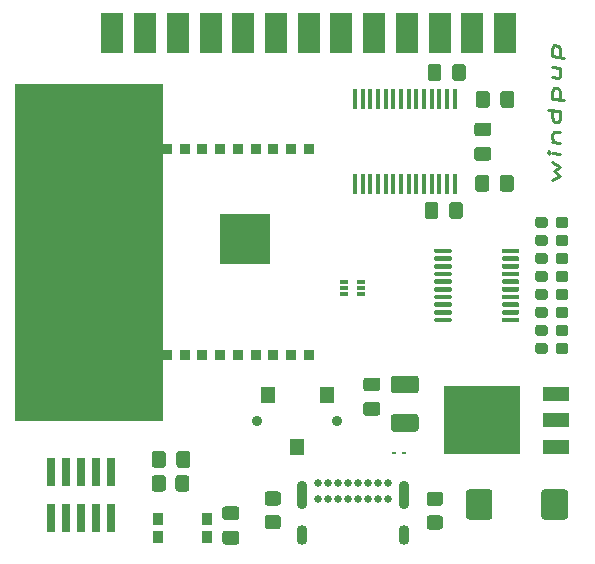
<source format=gts>
G04 #@! TF.GenerationSoftware,KiCad,Pcbnew,5.1.10*
G04 #@! TF.CreationDate,2021-07-04T17:42:54-04:00*
G04 #@! TF.ProjectId,windpup,77696e64-7075-4702-9e6b-696361645f70,rev?*
G04 #@! TF.SameCoordinates,Original*
G04 #@! TF.FileFunction,Soldermask,Top*
G04 #@! TF.FilePolarity,Negative*
%FSLAX46Y46*%
G04 Gerber Fmt 4.6, Leading zero omitted, Abs format (unit mm)*
G04 Created by KiCad (PCBNEW 5.1.10) date 2021-07-04 17:42:54*
%MOMM*%
%LPD*%
G01*
G04 APERTURE LIST*
%ADD10C,0.100000*%
%ADD11C,0.250000*%
%ADD12R,4.300000X4.300000*%
%ADD13R,0.912500X0.850000*%
%ADD14C,0.900000*%
%ADD15R,1.200000X1.400000*%
%ADD16R,0.360000X0.250000*%
%ADD17R,0.700000X0.400000*%
%ADD18R,0.450000X1.750000*%
%ADD19R,1.846667X3.480000*%
%ADD20R,0.740000X2.400000*%
%ADD21O,0.900000X1.700000*%
%ADD22O,0.900000X2.400000*%
%ADD23C,0.650000*%
%ADD24R,0.900000X1.000000*%
%ADD25R,6.400000X5.800000*%
%ADD26R,2.200000X1.200000*%
G04 APERTURE END LIST*
D10*
G36*
X133858000Y-110490000D02*
G01*
X121412000Y-110490000D01*
X121412000Y-82042000D01*
X133858000Y-82042000D01*
X133858000Y-110490000D01*
G37*
X133858000Y-110490000D02*
X121412000Y-110490000D01*
X121412000Y-82042000D01*
X133858000Y-82042000D01*
X133858000Y-110490000D01*
D11*
X166917714Y-90114681D02*
X167584380Y-89817062D01*
X167108190Y-89376586D01*
X167584380Y-89055157D01*
X166917714Y-88590872D01*
X167584380Y-87912300D02*
X166917714Y-87828967D01*
X166584380Y-87787300D02*
X166632000Y-87888491D01*
X166679619Y-87799205D01*
X166632000Y-87698014D01*
X166584380Y-87787300D01*
X166679619Y-87799205D01*
X166917714Y-86876586D02*
X167584380Y-86959919D01*
X167012952Y-86888491D02*
X166965333Y-86787300D01*
X166917714Y-86590872D01*
X166917714Y-86305157D01*
X166965333Y-86120633D01*
X167060571Y-86037300D01*
X167584380Y-86102776D01*
X167584380Y-84293252D02*
X166584380Y-84168252D01*
X167536761Y-84287300D02*
X167584380Y-84483729D01*
X167584380Y-84864681D01*
X167536761Y-85049205D01*
X167489142Y-85138491D01*
X167393904Y-85221824D01*
X167108190Y-85186110D01*
X167012952Y-85078967D01*
X166965333Y-84977776D01*
X166917714Y-84781348D01*
X166917714Y-84400395D01*
X166965333Y-84215872D01*
X166917714Y-83257538D02*
X167917714Y-83382538D01*
X166965333Y-83263491D02*
X166917714Y-83067062D01*
X166917714Y-82686110D01*
X166965333Y-82501586D01*
X167012952Y-82412300D01*
X167108190Y-82328967D01*
X167393904Y-82364681D01*
X167489142Y-82471824D01*
X167536761Y-82573014D01*
X167584380Y-82769443D01*
X167584380Y-83150395D01*
X167536761Y-83334919D01*
X166917714Y-80590872D02*
X167584380Y-80674205D01*
X166917714Y-81448014D02*
X167441523Y-81513491D01*
X167536761Y-81430157D01*
X167584380Y-81245633D01*
X167584380Y-80959919D01*
X167536761Y-80763491D01*
X167489142Y-80662300D01*
X166917714Y-79638491D02*
X167917714Y-79763491D01*
X166965333Y-79644443D02*
X166917714Y-79448014D01*
X166917714Y-79067062D01*
X166965333Y-78882538D01*
X167012952Y-78793252D01*
X167108190Y-78709919D01*
X167393904Y-78745633D01*
X167489142Y-78852776D01*
X167536761Y-78953967D01*
X167584380Y-79150395D01*
X167584380Y-79531348D01*
X167536761Y-79715872D01*
D12*
X140875001Y-95094999D03*
D13*
X134295001Y-104952499D03*
X135795001Y-104952499D03*
X137295001Y-104952499D03*
X138795001Y-104952499D03*
X140295001Y-104952499D03*
X141795001Y-104952499D03*
X143295001Y-104952499D03*
X144795001Y-104952499D03*
X146295001Y-104952499D03*
X146295001Y-87477499D03*
X144795001Y-87477499D03*
X143295001Y-87477499D03*
X141795001Y-87477499D03*
X140295001Y-87477499D03*
X138795001Y-87477499D03*
X137295001Y-87477499D03*
X135795001Y-87477499D03*
X134295001Y-87477499D03*
D14*
X141929000Y-110577000D03*
X148729000Y-110577000D03*
D15*
X145329000Y-112777000D03*
X147829000Y-108377000D03*
X142829000Y-108377000D03*
G36*
G01*
X153507000Y-109942000D02*
X155357000Y-109942000D01*
G75*
G02*
X155607000Y-110192000I0J-250000D01*
G01*
X155607000Y-111192000D01*
G75*
G02*
X155357000Y-111442000I-250000J0D01*
G01*
X153507000Y-111442000D01*
G75*
G02*
X153257000Y-111192000I0J250000D01*
G01*
X153257000Y-110192000D01*
G75*
G02*
X153507000Y-109942000I250000J0D01*
G01*
G37*
G36*
G01*
X153507000Y-106692000D02*
X155357000Y-106692000D01*
G75*
G02*
X155607000Y-106942000I0J-250000D01*
G01*
X155607000Y-107942000D01*
G75*
G02*
X155357000Y-108192000I-250000J0D01*
G01*
X153507000Y-108192000D01*
G75*
G02*
X153257000Y-107942000I0J250000D01*
G01*
X153257000Y-106942000D01*
G75*
G02*
X153507000Y-106692000I250000J0D01*
G01*
G37*
G36*
G01*
X157422001Y-117726000D02*
X156521999Y-117726000D01*
G75*
G02*
X156272000Y-117476001I0J249999D01*
G01*
X156272000Y-116775999D01*
G75*
G02*
X156521999Y-116526000I249999J0D01*
G01*
X157422001Y-116526000D01*
G75*
G02*
X157672000Y-116775999I0J-249999D01*
G01*
X157672000Y-117476001D01*
G75*
G02*
X157422001Y-117726000I-249999J0D01*
G01*
G37*
G36*
G01*
X157422001Y-119726000D02*
X156521999Y-119726000D01*
G75*
G02*
X156272000Y-119476001I0J249999D01*
G01*
X156272000Y-118775999D01*
G75*
G02*
X156521999Y-118526000I249999J0D01*
G01*
X157422001Y-118526000D01*
G75*
G02*
X157672000Y-118775999I0J-249999D01*
G01*
X157672000Y-119476001D01*
G75*
G02*
X157422001Y-119726000I-249999J0D01*
G01*
G37*
G36*
G01*
X143706001Y-117694000D02*
X142805999Y-117694000D01*
G75*
G02*
X142556000Y-117444001I0J249999D01*
G01*
X142556000Y-116743999D01*
G75*
G02*
X142805999Y-116494000I249999J0D01*
G01*
X143706001Y-116494000D01*
G75*
G02*
X143956000Y-116743999I0J-249999D01*
G01*
X143956000Y-117444001D01*
G75*
G02*
X143706001Y-117694000I-249999J0D01*
G01*
G37*
G36*
G01*
X143706001Y-119694000D02*
X142805999Y-119694000D01*
G75*
G02*
X142556000Y-119444001I0J249999D01*
G01*
X142556000Y-118743999D01*
G75*
G02*
X142805999Y-118494000I249999J0D01*
G01*
X143706001Y-118494000D01*
G75*
G02*
X143956000Y-118743999I0J-249999D01*
G01*
X143956000Y-119444001D01*
G75*
G02*
X143706001Y-119694000I-249999J0D01*
G01*
G37*
D16*
X154344000Y-113284000D03*
X153504000Y-113284000D03*
G36*
G01*
X151163000Y-106854500D02*
X152113000Y-106854500D01*
G75*
G02*
X152363000Y-107104500I0J-250000D01*
G01*
X152363000Y-107779500D01*
G75*
G02*
X152113000Y-108029500I-250000J0D01*
G01*
X151163000Y-108029500D01*
G75*
G02*
X150913000Y-107779500I0J250000D01*
G01*
X150913000Y-107104500D01*
G75*
G02*
X151163000Y-106854500I250000J0D01*
G01*
G37*
G36*
G01*
X151163000Y-108929500D02*
X152113000Y-108929500D01*
G75*
G02*
X152363000Y-109179500I0J-250000D01*
G01*
X152363000Y-109854500D01*
G75*
G02*
X152113000Y-110104500I-250000J0D01*
G01*
X151163000Y-110104500D01*
G75*
G02*
X150913000Y-109854500I0J250000D01*
G01*
X150913000Y-109179500D01*
G75*
G02*
X151163000Y-108929500I250000J0D01*
G01*
G37*
D17*
X150749000Y-99806000D03*
X150749000Y-98806000D03*
X149249000Y-99806000D03*
X150749000Y-99306000D03*
X149249000Y-98806000D03*
X149249000Y-99306000D03*
G36*
G01*
X162480500Y-90899000D02*
X162480500Y-89949000D01*
G75*
G02*
X162730500Y-89699000I250000J0D01*
G01*
X163405500Y-89699000D01*
G75*
G02*
X163655500Y-89949000I0J-250000D01*
G01*
X163655500Y-90899000D01*
G75*
G02*
X163405500Y-91149000I-250000J0D01*
G01*
X162730500Y-91149000D01*
G75*
G02*
X162480500Y-90899000I0J250000D01*
G01*
G37*
G36*
G01*
X160405500Y-90899000D02*
X160405500Y-89949000D01*
G75*
G02*
X160655500Y-89699000I250000J0D01*
G01*
X161330500Y-89699000D01*
G75*
G02*
X161580500Y-89949000I0J-250000D01*
G01*
X161580500Y-90899000D01*
G75*
G02*
X161330500Y-91149000I-250000J0D01*
G01*
X160655500Y-91149000D01*
G75*
G02*
X160405500Y-90899000I0J250000D01*
G01*
G37*
G36*
G01*
X161623500Y-82837000D02*
X161623500Y-83787000D01*
G75*
G02*
X161373500Y-84037000I-250000J0D01*
G01*
X160698500Y-84037000D01*
G75*
G02*
X160448500Y-83787000I0J250000D01*
G01*
X160448500Y-82837000D01*
G75*
G02*
X160698500Y-82587000I250000J0D01*
G01*
X161373500Y-82587000D01*
G75*
G02*
X161623500Y-82837000I0J-250000D01*
G01*
G37*
G36*
G01*
X163698500Y-82837000D02*
X163698500Y-83787000D01*
G75*
G02*
X163448500Y-84037000I-250000J0D01*
G01*
X162773500Y-84037000D01*
G75*
G02*
X162523500Y-83787000I0J250000D01*
G01*
X162523500Y-82837000D01*
G75*
G02*
X162773500Y-82587000I250000J0D01*
G01*
X163448500Y-82587000D01*
G75*
G02*
X163698500Y-82837000I0J-250000D01*
G01*
G37*
G36*
G01*
X157538000Y-80551000D02*
X157538000Y-81501000D01*
G75*
G02*
X157288000Y-81751000I-250000J0D01*
G01*
X156613000Y-81751000D01*
G75*
G02*
X156363000Y-81501000I0J250000D01*
G01*
X156363000Y-80551000D01*
G75*
G02*
X156613000Y-80301000I250000J0D01*
G01*
X157288000Y-80301000D01*
G75*
G02*
X157538000Y-80551000I0J-250000D01*
G01*
G37*
G36*
G01*
X159613000Y-80551000D02*
X159613000Y-81501000D01*
G75*
G02*
X159363000Y-81751000I-250000J0D01*
G01*
X158688000Y-81751000D01*
G75*
G02*
X158438000Y-81501000I0J250000D01*
G01*
X158438000Y-80551000D01*
G75*
G02*
X158688000Y-80301000I250000J0D01*
G01*
X159363000Y-80301000D01*
G75*
G02*
X159613000Y-80551000I0J-250000D01*
G01*
G37*
G36*
G01*
X157284000Y-92235000D02*
X157284000Y-93185000D01*
G75*
G02*
X157034000Y-93435000I-250000J0D01*
G01*
X156359000Y-93435000D01*
G75*
G02*
X156109000Y-93185000I0J250000D01*
G01*
X156109000Y-92235000D01*
G75*
G02*
X156359000Y-91985000I250000J0D01*
G01*
X157034000Y-91985000D01*
G75*
G02*
X157284000Y-92235000I0J-250000D01*
G01*
G37*
G36*
G01*
X159359000Y-92235000D02*
X159359000Y-93185000D01*
G75*
G02*
X159109000Y-93435000I-250000J0D01*
G01*
X158434000Y-93435000D01*
G75*
G02*
X158184000Y-93185000I0J250000D01*
G01*
X158184000Y-92235000D01*
G75*
G02*
X158434000Y-91985000I250000J0D01*
G01*
X159109000Y-91985000D01*
G75*
G02*
X159359000Y-92235000I0J-250000D01*
G01*
G37*
G36*
G01*
X161511000Y-86439500D02*
X160561000Y-86439500D01*
G75*
G02*
X160311000Y-86189500I0J250000D01*
G01*
X160311000Y-85514500D01*
G75*
G02*
X160561000Y-85264500I250000J0D01*
G01*
X161511000Y-85264500D01*
G75*
G02*
X161761000Y-85514500I0J-250000D01*
G01*
X161761000Y-86189500D01*
G75*
G02*
X161511000Y-86439500I-250000J0D01*
G01*
G37*
G36*
G01*
X161511000Y-88514500D02*
X160561000Y-88514500D01*
G75*
G02*
X160311000Y-88264500I0J250000D01*
G01*
X160311000Y-87589500D01*
G75*
G02*
X160561000Y-87339500I250000J0D01*
G01*
X161511000Y-87339500D01*
G75*
G02*
X161761000Y-87589500I0J-250000D01*
G01*
X161761000Y-88264500D01*
G75*
G02*
X161511000Y-88514500I-250000J0D01*
G01*
G37*
G36*
G01*
X167228000Y-97011500D02*
X167228000Y-96536500D01*
G75*
G02*
X167465500Y-96299000I237500J0D01*
G01*
X168040500Y-96299000D01*
G75*
G02*
X168278000Y-96536500I0J-237500D01*
G01*
X168278000Y-97011500D01*
G75*
G02*
X168040500Y-97249000I-237500J0D01*
G01*
X167465500Y-97249000D01*
G75*
G02*
X167228000Y-97011500I0J237500D01*
G01*
G37*
G36*
G01*
X165478000Y-97011500D02*
X165478000Y-96536500D01*
G75*
G02*
X165715500Y-96299000I237500J0D01*
G01*
X166290500Y-96299000D01*
G75*
G02*
X166528000Y-96536500I0J-237500D01*
G01*
X166528000Y-97011500D01*
G75*
G02*
X166290500Y-97249000I-237500J0D01*
G01*
X165715500Y-97249000D01*
G75*
G02*
X165478000Y-97011500I0J237500D01*
G01*
G37*
G36*
G01*
X167228000Y-100059500D02*
X167228000Y-99584500D01*
G75*
G02*
X167465500Y-99347000I237500J0D01*
G01*
X168040500Y-99347000D01*
G75*
G02*
X168278000Y-99584500I0J-237500D01*
G01*
X168278000Y-100059500D01*
G75*
G02*
X168040500Y-100297000I-237500J0D01*
G01*
X167465500Y-100297000D01*
G75*
G02*
X167228000Y-100059500I0J237500D01*
G01*
G37*
G36*
G01*
X165478000Y-100059500D02*
X165478000Y-99584500D01*
G75*
G02*
X165715500Y-99347000I237500J0D01*
G01*
X166290500Y-99347000D01*
G75*
G02*
X166528000Y-99584500I0J-237500D01*
G01*
X166528000Y-100059500D01*
G75*
G02*
X166290500Y-100297000I-237500J0D01*
G01*
X165715500Y-100297000D01*
G75*
G02*
X165478000Y-100059500I0J237500D01*
G01*
G37*
G36*
G01*
X167228000Y-104631500D02*
X167228000Y-104156500D01*
G75*
G02*
X167465500Y-103919000I237500J0D01*
G01*
X168040500Y-103919000D01*
G75*
G02*
X168278000Y-104156500I0J-237500D01*
G01*
X168278000Y-104631500D01*
G75*
G02*
X168040500Y-104869000I-237500J0D01*
G01*
X167465500Y-104869000D01*
G75*
G02*
X167228000Y-104631500I0J237500D01*
G01*
G37*
G36*
G01*
X165478000Y-104631500D02*
X165478000Y-104156500D01*
G75*
G02*
X165715500Y-103919000I237500J0D01*
G01*
X166290500Y-103919000D01*
G75*
G02*
X166528000Y-104156500I0J-237500D01*
G01*
X166528000Y-104631500D01*
G75*
G02*
X166290500Y-104869000I-237500J0D01*
G01*
X165715500Y-104869000D01*
G75*
G02*
X165478000Y-104631500I0J237500D01*
G01*
G37*
G36*
G01*
X167228000Y-103107500D02*
X167228000Y-102632500D01*
G75*
G02*
X167465500Y-102395000I237500J0D01*
G01*
X168040500Y-102395000D01*
G75*
G02*
X168278000Y-102632500I0J-237500D01*
G01*
X168278000Y-103107500D01*
G75*
G02*
X168040500Y-103345000I-237500J0D01*
G01*
X167465500Y-103345000D01*
G75*
G02*
X167228000Y-103107500I0J237500D01*
G01*
G37*
G36*
G01*
X165478000Y-103107500D02*
X165478000Y-102632500D01*
G75*
G02*
X165715500Y-102395000I237500J0D01*
G01*
X166290500Y-102395000D01*
G75*
G02*
X166528000Y-102632500I0J-237500D01*
G01*
X166528000Y-103107500D01*
G75*
G02*
X166290500Y-103345000I-237500J0D01*
G01*
X165715500Y-103345000D01*
G75*
G02*
X165478000Y-103107500I0J237500D01*
G01*
G37*
G36*
G01*
X167228000Y-101583500D02*
X167228000Y-101108500D01*
G75*
G02*
X167465500Y-100871000I237500J0D01*
G01*
X168040500Y-100871000D01*
G75*
G02*
X168278000Y-101108500I0J-237500D01*
G01*
X168278000Y-101583500D01*
G75*
G02*
X168040500Y-101821000I-237500J0D01*
G01*
X167465500Y-101821000D01*
G75*
G02*
X167228000Y-101583500I0J237500D01*
G01*
G37*
G36*
G01*
X165478000Y-101583500D02*
X165478000Y-101108500D01*
G75*
G02*
X165715500Y-100871000I237500J0D01*
G01*
X166290500Y-100871000D01*
G75*
G02*
X166528000Y-101108500I0J-237500D01*
G01*
X166528000Y-101583500D01*
G75*
G02*
X166290500Y-101821000I-237500J0D01*
G01*
X165715500Y-101821000D01*
G75*
G02*
X165478000Y-101583500I0J237500D01*
G01*
G37*
G36*
G01*
X167228000Y-98535500D02*
X167228000Y-98060500D01*
G75*
G02*
X167465500Y-97823000I237500J0D01*
G01*
X168040500Y-97823000D01*
G75*
G02*
X168278000Y-98060500I0J-237500D01*
G01*
X168278000Y-98535500D01*
G75*
G02*
X168040500Y-98773000I-237500J0D01*
G01*
X167465500Y-98773000D01*
G75*
G02*
X167228000Y-98535500I0J237500D01*
G01*
G37*
G36*
G01*
X165478000Y-98535500D02*
X165478000Y-98060500D01*
G75*
G02*
X165715500Y-97823000I237500J0D01*
G01*
X166290500Y-97823000D01*
G75*
G02*
X166528000Y-98060500I0J-237500D01*
G01*
X166528000Y-98535500D01*
G75*
G02*
X166290500Y-98773000I-237500J0D01*
G01*
X165715500Y-98773000D01*
G75*
G02*
X165478000Y-98535500I0J237500D01*
G01*
G37*
G36*
G01*
X167228000Y-95487500D02*
X167228000Y-95012500D01*
G75*
G02*
X167465500Y-94775000I237500J0D01*
G01*
X168040500Y-94775000D01*
G75*
G02*
X168278000Y-95012500I0J-237500D01*
G01*
X168278000Y-95487500D01*
G75*
G02*
X168040500Y-95725000I-237500J0D01*
G01*
X167465500Y-95725000D01*
G75*
G02*
X167228000Y-95487500I0J237500D01*
G01*
G37*
G36*
G01*
X165478000Y-95487500D02*
X165478000Y-95012500D01*
G75*
G02*
X165715500Y-94775000I237500J0D01*
G01*
X166290500Y-94775000D01*
G75*
G02*
X166528000Y-95012500I0J-237500D01*
G01*
X166528000Y-95487500D01*
G75*
G02*
X166290500Y-95725000I-237500J0D01*
G01*
X165715500Y-95725000D01*
G75*
G02*
X165478000Y-95487500I0J237500D01*
G01*
G37*
G36*
G01*
X165478000Y-93963500D02*
X165478000Y-93488500D01*
G75*
G02*
X165715500Y-93251000I237500J0D01*
G01*
X166290500Y-93251000D01*
G75*
G02*
X166528000Y-93488500I0J-237500D01*
G01*
X166528000Y-93963500D01*
G75*
G02*
X166290500Y-94201000I-237500J0D01*
G01*
X165715500Y-94201000D01*
G75*
G02*
X165478000Y-93963500I0J237500D01*
G01*
G37*
G36*
G01*
X167228000Y-93963500D02*
X167228000Y-93488500D01*
G75*
G02*
X167465500Y-93251000I237500J0D01*
G01*
X168040500Y-93251000D01*
G75*
G02*
X168278000Y-93488500I0J-237500D01*
G01*
X168278000Y-93963500D01*
G75*
G02*
X168040500Y-94201000I-237500J0D01*
G01*
X167465500Y-94201000D01*
G75*
G02*
X167228000Y-93963500I0J237500D01*
G01*
G37*
G36*
G01*
X162653000Y-96235000D02*
X162653000Y-96035000D01*
G75*
G02*
X162753000Y-95935000I100000J0D01*
G01*
X164028000Y-95935000D01*
G75*
G02*
X164128000Y-96035000I0J-100000D01*
G01*
X164128000Y-96235000D01*
G75*
G02*
X164028000Y-96335000I-100000J0D01*
G01*
X162753000Y-96335000D01*
G75*
G02*
X162653000Y-96235000I0J100000D01*
G01*
G37*
G36*
G01*
X162653000Y-96885000D02*
X162653000Y-96685000D01*
G75*
G02*
X162753000Y-96585000I100000J0D01*
G01*
X164028000Y-96585000D01*
G75*
G02*
X164128000Y-96685000I0J-100000D01*
G01*
X164128000Y-96885000D01*
G75*
G02*
X164028000Y-96985000I-100000J0D01*
G01*
X162753000Y-96985000D01*
G75*
G02*
X162653000Y-96885000I0J100000D01*
G01*
G37*
G36*
G01*
X162653000Y-97535000D02*
X162653000Y-97335000D01*
G75*
G02*
X162753000Y-97235000I100000J0D01*
G01*
X164028000Y-97235000D01*
G75*
G02*
X164128000Y-97335000I0J-100000D01*
G01*
X164128000Y-97535000D01*
G75*
G02*
X164028000Y-97635000I-100000J0D01*
G01*
X162753000Y-97635000D01*
G75*
G02*
X162653000Y-97535000I0J100000D01*
G01*
G37*
G36*
G01*
X162653000Y-98185000D02*
X162653000Y-97985000D01*
G75*
G02*
X162753000Y-97885000I100000J0D01*
G01*
X164028000Y-97885000D01*
G75*
G02*
X164128000Y-97985000I0J-100000D01*
G01*
X164128000Y-98185000D01*
G75*
G02*
X164028000Y-98285000I-100000J0D01*
G01*
X162753000Y-98285000D01*
G75*
G02*
X162653000Y-98185000I0J100000D01*
G01*
G37*
G36*
G01*
X162653000Y-98835000D02*
X162653000Y-98635000D01*
G75*
G02*
X162753000Y-98535000I100000J0D01*
G01*
X164028000Y-98535000D01*
G75*
G02*
X164128000Y-98635000I0J-100000D01*
G01*
X164128000Y-98835000D01*
G75*
G02*
X164028000Y-98935000I-100000J0D01*
G01*
X162753000Y-98935000D01*
G75*
G02*
X162653000Y-98835000I0J100000D01*
G01*
G37*
G36*
G01*
X162653000Y-99485000D02*
X162653000Y-99285000D01*
G75*
G02*
X162753000Y-99185000I100000J0D01*
G01*
X164028000Y-99185000D01*
G75*
G02*
X164128000Y-99285000I0J-100000D01*
G01*
X164128000Y-99485000D01*
G75*
G02*
X164028000Y-99585000I-100000J0D01*
G01*
X162753000Y-99585000D01*
G75*
G02*
X162653000Y-99485000I0J100000D01*
G01*
G37*
G36*
G01*
X162653000Y-100135000D02*
X162653000Y-99935000D01*
G75*
G02*
X162753000Y-99835000I100000J0D01*
G01*
X164028000Y-99835000D01*
G75*
G02*
X164128000Y-99935000I0J-100000D01*
G01*
X164128000Y-100135000D01*
G75*
G02*
X164028000Y-100235000I-100000J0D01*
G01*
X162753000Y-100235000D01*
G75*
G02*
X162653000Y-100135000I0J100000D01*
G01*
G37*
G36*
G01*
X162653000Y-100785000D02*
X162653000Y-100585000D01*
G75*
G02*
X162753000Y-100485000I100000J0D01*
G01*
X164028000Y-100485000D01*
G75*
G02*
X164128000Y-100585000I0J-100000D01*
G01*
X164128000Y-100785000D01*
G75*
G02*
X164028000Y-100885000I-100000J0D01*
G01*
X162753000Y-100885000D01*
G75*
G02*
X162653000Y-100785000I0J100000D01*
G01*
G37*
G36*
G01*
X162653000Y-101435000D02*
X162653000Y-101235000D01*
G75*
G02*
X162753000Y-101135000I100000J0D01*
G01*
X164028000Y-101135000D01*
G75*
G02*
X164128000Y-101235000I0J-100000D01*
G01*
X164128000Y-101435000D01*
G75*
G02*
X164028000Y-101535000I-100000J0D01*
G01*
X162753000Y-101535000D01*
G75*
G02*
X162653000Y-101435000I0J100000D01*
G01*
G37*
G36*
G01*
X162653000Y-102085000D02*
X162653000Y-101885000D01*
G75*
G02*
X162753000Y-101785000I100000J0D01*
G01*
X164028000Y-101785000D01*
G75*
G02*
X164128000Y-101885000I0J-100000D01*
G01*
X164128000Y-102085000D01*
G75*
G02*
X164028000Y-102185000I-100000J0D01*
G01*
X162753000Y-102185000D01*
G75*
G02*
X162653000Y-102085000I0J100000D01*
G01*
G37*
G36*
G01*
X156928000Y-102085000D02*
X156928000Y-101885000D01*
G75*
G02*
X157028000Y-101785000I100000J0D01*
G01*
X158303000Y-101785000D01*
G75*
G02*
X158403000Y-101885000I0J-100000D01*
G01*
X158403000Y-102085000D01*
G75*
G02*
X158303000Y-102185000I-100000J0D01*
G01*
X157028000Y-102185000D01*
G75*
G02*
X156928000Y-102085000I0J100000D01*
G01*
G37*
G36*
G01*
X156928000Y-101435000D02*
X156928000Y-101235000D01*
G75*
G02*
X157028000Y-101135000I100000J0D01*
G01*
X158303000Y-101135000D01*
G75*
G02*
X158403000Y-101235000I0J-100000D01*
G01*
X158403000Y-101435000D01*
G75*
G02*
X158303000Y-101535000I-100000J0D01*
G01*
X157028000Y-101535000D01*
G75*
G02*
X156928000Y-101435000I0J100000D01*
G01*
G37*
G36*
G01*
X156928000Y-100785000D02*
X156928000Y-100585000D01*
G75*
G02*
X157028000Y-100485000I100000J0D01*
G01*
X158303000Y-100485000D01*
G75*
G02*
X158403000Y-100585000I0J-100000D01*
G01*
X158403000Y-100785000D01*
G75*
G02*
X158303000Y-100885000I-100000J0D01*
G01*
X157028000Y-100885000D01*
G75*
G02*
X156928000Y-100785000I0J100000D01*
G01*
G37*
G36*
G01*
X156928000Y-100135000D02*
X156928000Y-99935000D01*
G75*
G02*
X157028000Y-99835000I100000J0D01*
G01*
X158303000Y-99835000D01*
G75*
G02*
X158403000Y-99935000I0J-100000D01*
G01*
X158403000Y-100135000D01*
G75*
G02*
X158303000Y-100235000I-100000J0D01*
G01*
X157028000Y-100235000D01*
G75*
G02*
X156928000Y-100135000I0J100000D01*
G01*
G37*
G36*
G01*
X156928000Y-99485000D02*
X156928000Y-99285000D01*
G75*
G02*
X157028000Y-99185000I100000J0D01*
G01*
X158303000Y-99185000D01*
G75*
G02*
X158403000Y-99285000I0J-100000D01*
G01*
X158403000Y-99485000D01*
G75*
G02*
X158303000Y-99585000I-100000J0D01*
G01*
X157028000Y-99585000D01*
G75*
G02*
X156928000Y-99485000I0J100000D01*
G01*
G37*
G36*
G01*
X156928000Y-98835000D02*
X156928000Y-98635000D01*
G75*
G02*
X157028000Y-98535000I100000J0D01*
G01*
X158303000Y-98535000D01*
G75*
G02*
X158403000Y-98635000I0J-100000D01*
G01*
X158403000Y-98835000D01*
G75*
G02*
X158303000Y-98935000I-100000J0D01*
G01*
X157028000Y-98935000D01*
G75*
G02*
X156928000Y-98835000I0J100000D01*
G01*
G37*
G36*
G01*
X156928000Y-98185000D02*
X156928000Y-97985000D01*
G75*
G02*
X157028000Y-97885000I100000J0D01*
G01*
X158303000Y-97885000D01*
G75*
G02*
X158403000Y-97985000I0J-100000D01*
G01*
X158403000Y-98185000D01*
G75*
G02*
X158303000Y-98285000I-100000J0D01*
G01*
X157028000Y-98285000D01*
G75*
G02*
X156928000Y-98185000I0J100000D01*
G01*
G37*
G36*
G01*
X156928000Y-97535000D02*
X156928000Y-97335000D01*
G75*
G02*
X157028000Y-97235000I100000J0D01*
G01*
X158303000Y-97235000D01*
G75*
G02*
X158403000Y-97335000I0J-100000D01*
G01*
X158403000Y-97535000D01*
G75*
G02*
X158303000Y-97635000I-100000J0D01*
G01*
X157028000Y-97635000D01*
G75*
G02*
X156928000Y-97535000I0J100000D01*
G01*
G37*
G36*
G01*
X156928000Y-96885000D02*
X156928000Y-96685000D01*
G75*
G02*
X157028000Y-96585000I100000J0D01*
G01*
X158303000Y-96585000D01*
G75*
G02*
X158403000Y-96685000I0J-100000D01*
G01*
X158403000Y-96885000D01*
G75*
G02*
X158303000Y-96985000I-100000J0D01*
G01*
X157028000Y-96985000D01*
G75*
G02*
X156928000Y-96885000I0J100000D01*
G01*
G37*
G36*
G01*
X156928000Y-96235000D02*
X156928000Y-96035000D01*
G75*
G02*
X157028000Y-95935000I100000J0D01*
G01*
X158303000Y-95935000D01*
G75*
G02*
X158403000Y-96035000I0J-100000D01*
G01*
X158403000Y-96235000D01*
G75*
G02*
X158303000Y-96335000I-100000J0D01*
G01*
X157028000Y-96335000D01*
G75*
G02*
X156928000Y-96235000I0J100000D01*
G01*
G37*
D18*
X158657000Y-90468000D03*
X158007000Y-90468000D03*
X157357000Y-90468000D03*
X156707000Y-90468000D03*
X156057000Y-90468000D03*
X155407000Y-90468000D03*
X154757000Y-90468000D03*
X154107000Y-90468000D03*
X153457000Y-90468000D03*
X152807000Y-90468000D03*
X152157000Y-90468000D03*
X151507000Y-90468000D03*
X150857000Y-90468000D03*
X150207000Y-90468000D03*
X150207000Y-83268000D03*
X150857000Y-83268000D03*
X151507000Y-83268000D03*
X152157000Y-83268000D03*
X152807000Y-83268000D03*
X153457000Y-83268000D03*
X154107000Y-83268000D03*
X154757000Y-83268000D03*
X155407000Y-83268000D03*
X156057000Y-83268000D03*
X156707000Y-83268000D03*
X157357000Y-83268000D03*
X158007000Y-83268000D03*
X158657000Y-83268000D03*
D19*
X162924000Y-77724000D03*
X160154000Y-77724000D03*
X157384000Y-77724000D03*
X154614000Y-77724000D03*
X151844000Y-77724000D03*
X149074000Y-77724000D03*
X146304000Y-77724000D03*
X143534000Y-77724000D03*
X140764000Y-77724000D03*
X137994000Y-77724000D03*
X135224000Y-77724000D03*
X132454000Y-77724000D03*
X129684000Y-77724000D03*
D20*
X129540000Y-114890000D03*
X129540000Y-118790000D03*
X128270000Y-114890000D03*
X128270000Y-118790000D03*
X127000000Y-114890000D03*
X127000000Y-118790000D03*
X125730000Y-114890000D03*
X125730000Y-118790000D03*
X124460000Y-114890000D03*
X124460000Y-118790000D03*
D21*
X154356000Y-120184000D03*
X145706000Y-120184000D03*
D22*
X154356000Y-116804000D03*
X145706000Y-116804000D03*
D23*
X153011000Y-117149000D03*
X152161000Y-117149000D03*
X151311000Y-117149000D03*
X150461000Y-117149000D03*
X149611000Y-117149000D03*
X148761000Y-117149000D03*
X147911000Y-117149000D03*
X147056000Y-117149000D03*
X153006000Y-115824000D03*
X152156000Y-115824000D03*
X151306000Y-115824000D03*
X150456000Y-115824000D03*
X149606000Y-115824000D03*
X147906000Y-115824000D03*
X147056000Y-115824000D03*
X148756000Y-115824000D03*
D24*
X133568000Y-118796000D03*
X133568000Y-120396000D03*
X137668000Y-118796000D03*
X137668000Y-120396000D03*
G36*
G01*
X140175000Y-118930000D02*
X139225000Y-118930000D01*
G75*
G02*
X138975000Y-118680000I0J250000D01*
G01*
X138975000Y-118005000D01*
G75*
G02*
X139225000Y-117755000I250000J0D01*
G01*
X140175000Y-117755000D01*
G75*
G02*
X140425000Y-118005000I0J-250000D01*
G01*
X140425000Y-118680000D01*
G75*
G02*
X140175000Y-118930000I-250000J0D01*
G01*
G37*
G36*
G01*
X140175000Y-121005000D02*
X139225000Y-121005000D01*
G75*
G02*
X138975000Y-120755000I0J250000D01*
G01*
X138975000Y-120080000D01*
G75*
G02*
X139225000Y-119830000I250000J0D01*
G01*
X140175000Y-119830000D01*
G75*
G02*
X140425000Y-120080000I0J-250000D01*
G01*
X140425000Y-120755000D01*
G75*
G02*
X140175000Y-121005000I-250000J0D01*
G01*
G37*
G36*
G01*
X135091500Y-114267000D02*
X135091500Y-113317000D01*
G75*
G02*
X135341500Y-113067000I250000J0D01*
G01*
X136016500Y-113067000D01*
G75*
G02*
X136266500Y-113317000I0J-250000D01*
G01*
X136266500Y-114267000D01*
G75*
G02*
X136016500Y-114517000I-250000J0D01*
G01*
X135341500Y-114517000D01*
G75*
G02*
X135091500Y-114267000I0J250000D01*
G01*
G37*
G36*
G01*
X133016500Y-114267000D02*
X133016500Y-113317000D01*
G75*
G02*
X133266500Y-113067000I250000J0D01*
G01*
X133941500Y-113067000D01*
G75*
G02*
X134191500Y-113317000I0J-250000D01*
G01*
X134191500Y-114267000D01*
G75*
G02*
X133941500Y-114517000I-250000J0D01*
G01*
X133266500Y-114517000D01*
G75*
G02*
X133016500Y-114267000I0J250000D01*
G01*
G37*
D25*
X160968000Y-110490000D03*
D26*
X167268000Y-108210000D03*
X167268000Y-110490000D03*
X167268000Y-112770000D03*
G36*
G01*
X135004000Y-116274001D02*
X135004000Y-115373999D01*
G75*
G02*
X135253999Y-115124000I249999J0D01*
G01*
X135954001Y-115124000D01*
G75*
G02*
X136204000Y-115373999I0J-249999D01*
G01*
X136204000Y-116274001D01*
G75*
G02*
X135954001Y-116524000I-249999J0D01*
G01*
X135253999Y-116524000D01*
G75*
G02*
X135004000Y-116274001I0J249999D01*
G01*
G37*
G36*
G01*
X133004000Y-116274001D02*
X133004000Y-115373999D01*
G75*
G02*
X133253999Y-115124000I249999J0D01*
G01*
X133954001Y-115124000D01*
G75*
G02*
X134204000Y-115373999I0J-249999D01*
G01*
X134204000Y-116274001D01*
G75*
G02*
X133954001Y-116524000I-249999J0D01*
G01*
X133253999Y-116524000D01*
G75*
G02*
X133004000Y-116274001I0J249999D01*
G01*
G37*
G36*
G01*
X166007000Y-118627001D02*
X166007000Y-116576999D01*
G75*
G02*
X166256999Y-116327000I249999J0D01*
G01*
X168007001Y-116327000D01*
G75*
G02*
X168257000Y-116576999I0J-249999D01*
G01*
X168257000Y-118627001D01*
G75*
G02*
X168007001Y-118877000I-249999J0D01*
G01*
X166256999Y-118877000D01*
G75*
G02*
X166007000Y-118627001I0J249999D01*
G01*
G37*
G36*
G01*
X159607000Y-118627001D02*
X159607000Y-116576999D01*
G75*
G02*
X159856999Y-116327000I249999J0D01*
G01*
X161607001Y-116327000D01*
G75*
G02*
X161857000Y-116576999I0J-249999D01*
G01*
X161857000Y-118627001D01*
G75*
G02*
X161607001Y-118877000I-249999J0D01*
G01*
X159856999Y-118877000D01*
G75*
G02*
X159607000Y-118627001I0J249999D01*
G01*
G37*
M02*

</source>
